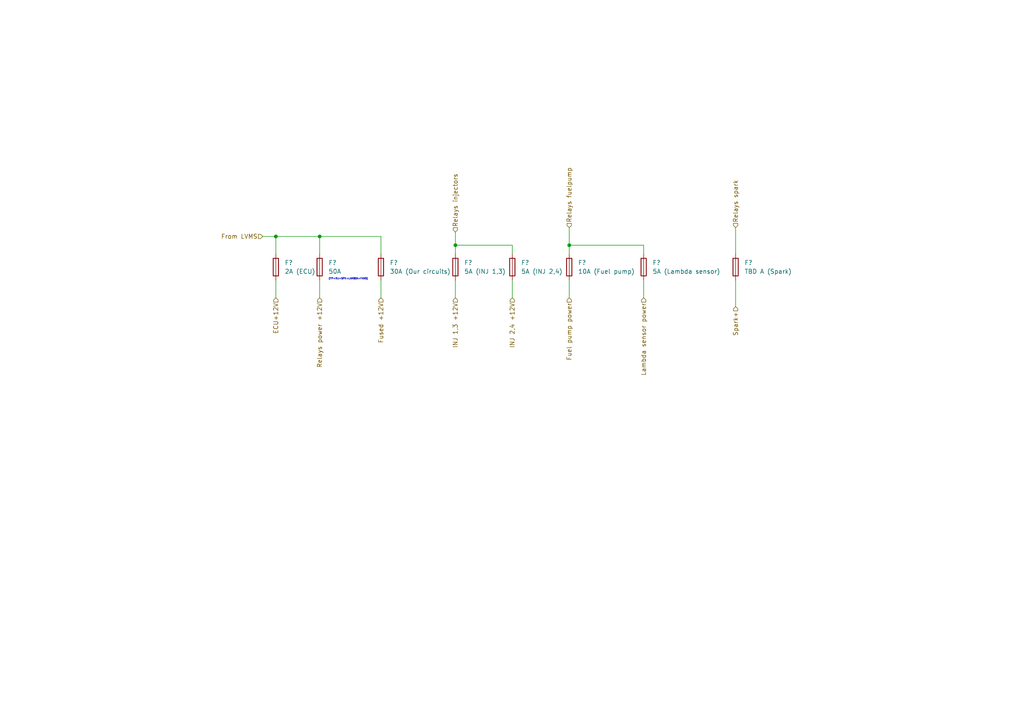
<source format=kicad_sch>
(kicad_sch (version 20211123) (generator eeschema)
  (paper "A4")
  (lib_symbols
    (symbol "Device:Fuse" (pin_numbers hide) (pin_names (offset 0))
      (property "Reference" "F" (at 2.032 0 90))
      (property "Value" "Fuse" (at -1.905 0 90))
      (symbol "Fuse_0_1"
        (rectangle (start -0.762 -2.54) (end 0.762 2.54) (stroke (width 0.254)))
        (polyline (pts (xy 0 2.54) (xy 0 -2.54)))
      )
      (symbol "Fuse_1_1"
        (pin passive line (at 0 3.81 270) (length 1.27) (name "~") (number "1"))
        (pin passive line (at 0 -3.81 90) (length 1.27) (name "~") (number "2"))
      )
    )
  )
  (junction (at 92.71 68.58))
  (junction (at 132.08 71.12))
  (junction (at 80.01 68.58))
  (junction (at 165.1 71.12))
  (wire (pts (xy 148.59 71.12) (xy 132.08 71.12)))
  (wire (pts (xy 213.36 66.04) (xy 213.36 73.66)))
  (wire (pts (xy 80.01 68.58) (xy 80.01 73.66)))
  (wire (pts (xy 110.49 73.66) (xy 110.49 68.58)))
  (wire (pts (xy 80.01 81.28) (xy 80.01 86.36)))
  (wire (pts (xy 110.49 81.28) (xy 110.49 86.36)))
  (wire (pts (xy 92.71 68.58) (xy 92.71 73.66)))
  (wire (pts (xy 110.49 68.58) (xy 92.71 68.58)))
  (wire (pts (xy 186.69 81.28) (xy 186.69 86.36)))
  (wire (pts (xy 80.01 68.58) (xy 76.2 68.58)))
  (wire (pts (xy 186.69 71.12) (xy 165.1 71.12)))
  (wire (pts (xy 148.59 73.66) (xy 148.59 71.12)))
  (wire (pts (xy 165.1 81.28) (xy 165.1 86.36)))
  (wire (pts (xy 132.08 81.28) (xy 132.08 86.36)))
  (wire (pts (xy 186.69 73.66) (xy 186.69 71.12)))
  (wire (pts (xy 92.71 68.58) (xy 80.01 68.58)))
  (wire (pts (xy 165.1 66.04) (xy 165.1 71.12)))
  (wire (pts (xy 132.08 67.31) (xy 132.08 71.12)))
  (wire (pts (xy 132.08 71.12) (xy 132.08 73.66)))
  (wire (pts (xy 92.71 81.28) (xy 92.71 86.36)))
  (wire (pts (xy 165.1 71.12) (xy 165.1 73.66)))
  (wire (pts (xy 148.59 81.28) (xy 148.59 86.36)))
  (wire (pts (xy 213.36 81.28) (xy 213.36 88.9)))
  (text "(FP+INJ+SPK+LAMBDA+FANS)" (at 95.25 81.28 0) (effects (font (size 0.5 0.5)) (justify left bottom)))
  (hierarchical_label "Relays injectors" (shape input) (at 132.08 67.31 90))
  (hierarchical_label "INJ 2,4 +12V" (shape input) (at 148.59 86.36 270))
  (hierarchical_label "Fuel pump power" (shape input) (at 165.1 86.36 270))
  (hierarchical_label "From LVMS" (shape input) (at 76.2 68.58 180))
  (hierarchical_label "Lambda sensor power" (shape input) (at 186.69 86.36 270))
  (hierarchical_label "Relays power +12V" (shape input) (at 92.71 86.36 270))
  (hierarchical_label "Fused +12V" (shape input) (at 110.49 86.36 270))
  (hierarchical_label "Relays spark" (shape input) (at 213.36 66.04 90))
  (hierarchical_label "Spark+" (shape input) (at 213.36 88.9 270))
  (hierarchical_label "INJ 1,3 +12V" (shape input) (at 132.08 86.36 270))
  (hierarchical_label "ECU+12V" (shape input) (at 80.01 86.36 270))
  (hierarchical_label "Relays fuelpump" (shape input) (at 165.1 66.04 90))
  (symbol (lib_id "Device:Fuse") (at 186.69 77.47 0) (unit 1)
    (property "Reference" "F?" (at 189.23 76.1999 0) (effects (justify left)))
    (property "Value" "5A (Lambda sensor)" (at 189.23 78.7399 0) (effects (justify left)))
  )
  (symbol (lib_id "Device:Fuse") (at 148.59 77.47 0) (unit 1)
    (property "Reference" "F?" (at 151.13 76.1999 0) (effects (justify left)))
    (property "Value" "5A (INJ 2,4)" (at 151.13 78.7399 0) (effects (justify left)))
  )
  (symbol (lib_id "Device:Fuse") (at 80.01 77.47 0) (unit 1)
    (property "Reference" "F?" (at 82.55 76.1999 0) (effects (justify left)))
    (property "Value" "2A (ECU)" (at 82.55 78.7399 0) (effects (justify left)))
  )
  (symbol (lib_id "Device:Fuse") (at 132.08 77.47 0) (unit 1)
    (property "Reference" "F?" (at 134.62 76.1999 0) (effects (justify left)))
    (property "Value" "5A (INJ 1,3)" (at 134.62 78.7399 0) (effects (justify left)))
  )
  (symbol (lib_id "Device:Fuse") (at 213.36 77.47 0) (unit 1)
    (property "Reference" "F?" (at 215.9 76.1999 0) (effects (justify left)))
    (property "Value" "TBD A (Spark)" (at 215.9 78.7399 0) (effects (justify left)))
  )
  (symbol (lib_id "Device:Fuse") (at 110.49 77.47 180) (unit 1)
    (property "Reference" "F?" (at 113.03 76.1999 0) (effects (justify right)))
    (property "Value" "30A (Our circuits)" (at 113.03 78.7399 0) (effects (justify right)))
  )
  (symbol (lib_id "Device:Fuse") (at 165.1 77.47 0) (unit 1)
    (property "Reference" "F?" (at 167.64 76.1999 0) (effects (justify left)))
    (property "Value" "10A (Fuel pump)" (at 167.64 78.7399 0) (effects (justify left)))
  )
  (symbol (lib_id "Device:Fuse") (at 92.71 77.47 0) (unit 1)
    (property "Reference" "F?" (at 95.25 76.1999 0) (effects (justify left)))
    (property "Value" "50A" (at 95.25 78.7399 0) (effects (justify left)))
  )
)
</source>
